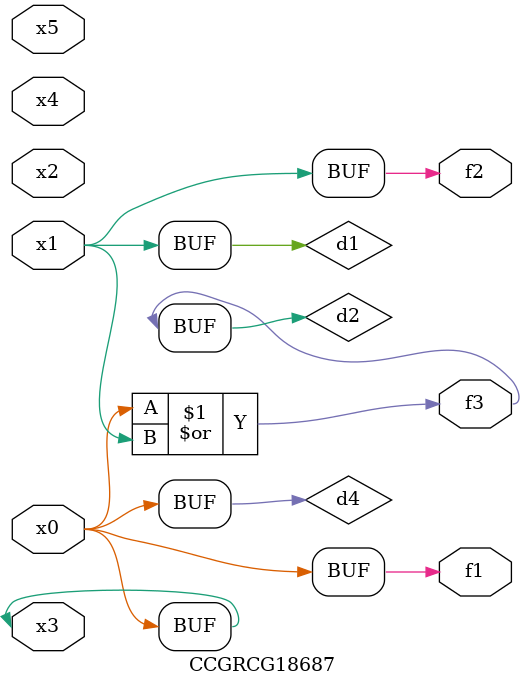
<source format=v>
module CCGRCG18687(
	input x0, x1, x2, x3, x4, x5,
	output f1, f2, f3
);

	wire d1, d2, d3, d4;

	and (d1, x1);
	or (d2, x0, x1);
	nand (d3, x0, x5);
	buf (d4, x0, x3);
	assign f1 = d4;
	assign f2 = d1;
	assign f3 = d2;
endmodule

</source>
